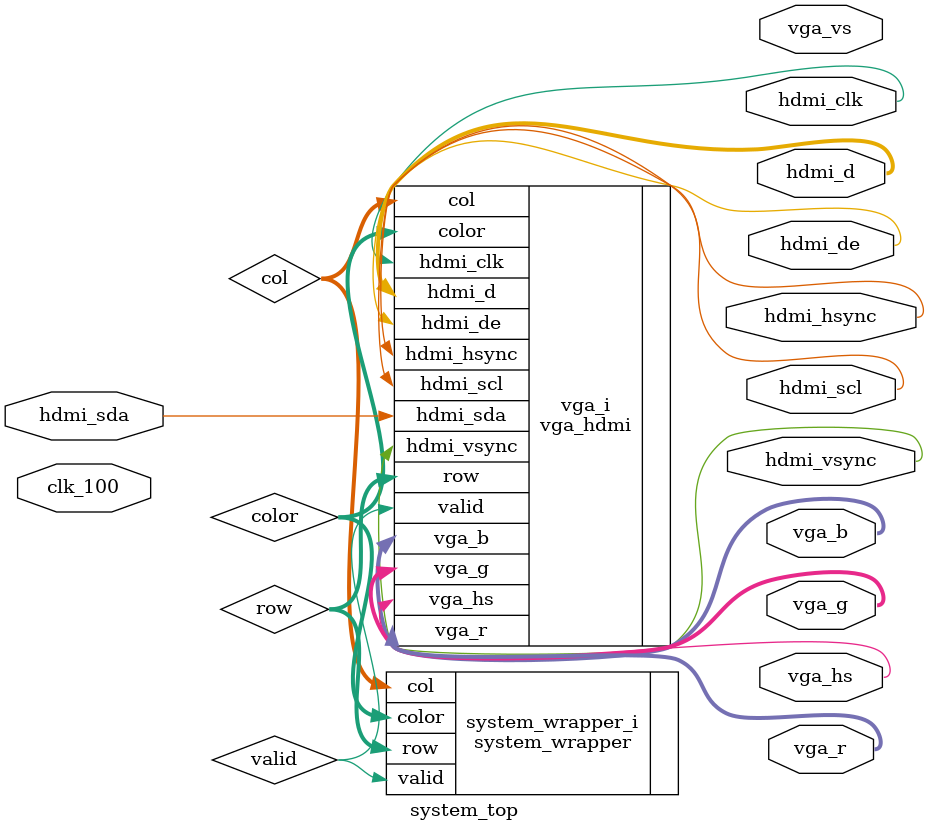
<source format=v>
`timescale 1ns / 1ps


module system_top(
    input      clk_100,           
    output     [3:0] vga_r,
    output     [3:0] vga_g,
    output     [3:0] vga_b,
    output     vga_hs,
    output     vga_vs,
    output     hdmi_clk,
    output     hdmi_hsync,
    output     hdmi_vsync,
    output     [15:0] hdmi_d,
    output     hdmi_de,
    output     hdmi_scl,
    inout      hdmi_sda);
    
    wire [10:0] col;
    wire [9:0] row;
    wire [3:0] color;
    
    vga_hdmi vga_i(
        .color(color),
        .col(col),
        .row(row),
        .valid(valid),
        .vga_r(vga_r),
        .vga_g(vga_g),
        .vga_b(vga_b),
        .vga_hs(vga_hs),
        .hdmi_clk(hdmi_clk),
        .hdmi_hsync(hdmi_hsync),
        .hdmi_vsync(hdmi_vsync),
        .hdmi_d(hdmi_d),
        .hdmi_de(hdmi_de),
        .hdmi_scl(hdmi_scl),
        .hdmi_sda(hdmi_sda));
        
    system_wrapper system_wrapper_i(
        .col(col),
        .row(row),
        .color(color),
        .valid(valid));
    
endmodule

</source>
